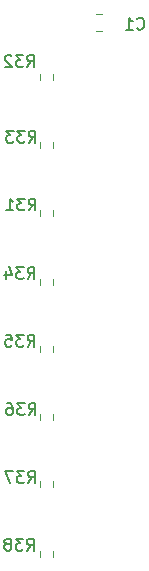
<source format=gbr>
%TF.GenerationSoftware,KiCad,Pcbnew,6.0.5*%
%TF.CreationDate,2022-09-27T17:44:27+03:00*%
%TF.ProjectId,stm32,73746d33-322e-46b6-9963-61645f706362,rev?*%
%TF.SameCoordinates,Original*%
%TF.FileFunction,Legend,Bot*%
%TF.FilePolarity,Positive*%
%FSLAX46Y46*%
G04 Gerber Fmt 4.6, Leading zero omitted, Abs format (unit mm)*
G04 Created by KiCad (PCBNEW 6.0.5) date 2022-09-27 17:44:27*
%MOMM*%
%LPD*%
G01*
G04 APERTURE LIST*
%ADD10C,0.150000*%
%ADD11C,0.120000*%
G04 APERTURE END LIST*
D10*
%TO.C,R36*%
X26541257Y-106666266D02*
X26874590Y-106190076D01*
X27112685Y-106666266D02*
X27112685Y-105666266D01*
X26731733Y-105666266D01*
X26636495Y-105713886D01*
X26588876Y-105761505D01*
X26541257Y-105856743D01*
X26541257Y-105999600D01*
X26588876Y-106094838D01*
X26636495Y-106142457D01*
X26731733Y-106190076D01*
X27112685Y-106190076D01*
X26207923Y-105666266D02*
X25588876Y-105666266D01*
X25922209Y-106047219D01*
X25779352Y-106047219D01*
X25684114Y-106094838D01*
X25636495Y-106142457D01*
X25588876Y-106237695D01*
X25588876Y-106475790D01*
X25636495Y-106571028D01*
X25684114Y-106618647D01*
X25779352Y-106666266D01*
X26065066Y-106666266D01*
X26160304Y-106618647D01*
X26207923Y-106571028D01*
X24731733Y-105666266D02*
X24922209Y-105666266D01*
X25017447Y-105713886D01*
X25065066Y-105761505D01*
X25160304Y-105904362D01*
X25207923Y-106094838D01*
X25207923Y-106475790D01*
X25160304Y-106571028D01*
X25112685Y-106618647D01*
X25017447Y-106666266D01*
X24826971Y-106666266D01*
X24731733Y-106618647D01*
X24684114Y-106571028D01*
X24636495Y-106475790D01*
X24636495Y-106237695D01*
X24684114Y-106142457D01*
X24731733Y-106094838D01*
X24826971Y-106047219D01*
X25017447Y-106047219D01*
X25112685Y-106094838D01*
X25160304Y-106142457D01*
X25207923Y-106237695D01*
%TO.C,R32*%
X26414257Y-77202266D02*
X26747590Y-76726076D01*
X26985685Y-77202266D02*
X26985685Y-76202266D01*
X26604733Y-76202266D01*
X26509495Y-76249886D01*
X26461876Y-76297505D01*
X26414257Y-76392743D01*
X26414257Y-76535600D01*
X26461876Y-76630838D01*
X26509495Y-76678457D01*
X26604733Y-76726076D01*
X26985685Y-76726076D01*
X26080923Y-76202266D02*
X25461876Y-76202266D01*
X25795209Y-76583219D01*
X25652352Y-76583219D01*
X25557114Y-76630838D01*
X25509495Y-76678457D01*
X25461876Y-76773695D01*
X25461876Y-77011790D01*
X25509495Y-77107028D01*
X25557114Y-77154647D01*
X25652352Y-77202266D01*
X25938066Y-77202266D01*
X26033304Y-77154647D01*
X26080923Y-77107028D01*
X25080923Y-76297505D02*
X25033304Y-76249886D01*
X24938066Y-76202266D01*
X24699971Y-76202266D01*
X24604733Y-76249886D01*
X24557114Y-76297505D01*
X24509495Y-76392743D01*
X24509495Y-76487981D01*
X24557114Y-76630838D01*
X25128542Y-77202266D01*
X24509495Y-77202266D01*
%TO.C,C1*%
X35717066Y-73932028D02*
X35764685Y-73979647D01*
X35907542Y-74027266D01*
X36002780Y-74027266D01*
X36145638Y-73979647D01*
X36240876Y-73884409D01*
X36288495Y-73789171D01*
X36336114Y-73598695D01*
X36336114Y-73455838D01*
X36288495Y-73265362D01*
X36240876Y-73170124D01*
X36145638Y-73074886D01*
X36002780Y-73027266D01*
X35907542Y-73027266D01*
X35764685Y-73074886D01*
X35717066Y-73122505D01*
X34764685Y-74027266D02*
X35336114Y-74027266D01*
X35050400Y-74027266D02*
X35050400Y-73027266D01*
X35145638Y-73170124D01*
X35240876Y-73265362D01*
X35336114Y-73312981D01*
%TO.C,R35*%
X26439657Y-100875066D02*
X26772990Y-100398876D01*
X27011085Y-100875066D02*
X27011085Y-99875066D01*
X26630133Y-99875066D01*
X26534895Y-99922686D01*
X26487276Y-99970305D01*
X26439657Y-100065543D01*
X26439657Y-100208400D01*
X26487276Y-100303638D01*
X26534895Y-100351257D01*
X26630133Y-100398876D01*
X27011085Y-100398876D01*
X26106323Y-99875066D02*
X25487276Y-99875066D01*
X25820609Y-100256019D01*
X25677752Y-100256019D01*
X25582514Y-100303638D01*
X25534895Y-100351257D01*
X25487276Y-100446495D01*
X25487276Y-100684590D01*
X25534895Y-100779828D01*
X25582514Y-100827447D01*
X25677752Y-100875066D01*
X25963466Y-100875066D01*
X26058704Y-100827447D01*
X26106323Y-100779828D01*
X24582514Y-99875066D02*
X25058704Y-99875066D01*
X25106323Y-100351257D01*
X25058704Y-100303638D01*
X24963466Y-100256019D01*
X24725371Y-100256019D01*
X24630133Y-100303638D01*
X24582514Y-100351257D01*
X24534895Y-100446495D01*
X24534895Y-100684590D01*
X24582514Y-100779828D01*
X24630133Y-100827447D01*
X24725371Y-100875066D01*
X24963466Y-100875066D01*
X25058704Y-100827447D01*
X25106323Y-100779828D01*
%TO.C,R37*%
X26490457Y-112406666D02*
X26823790Y-111930476D01*
X27061885Y-112406666D02*
X27061885Y-111406666D01*
X26680933Y-111406666D01*
X26585695Y-111454286D01*
X26538076Y-111501905D01*
X26490457Y-111597143D01*
X26490457Y-111740000D01*
X26538076Y-111835238D01*
X26585695Y-111882857D01*
X26680933Y-111930476D01*
X27061885Y-111930476D01*
X26157123Y-111406666D02*
X25538076Y-111406666D01*
X25871409Y-111787619D01*
X25728552Y-111787619D01*
X25633314Y-111835238D01*
X25585695Y-111882857D01*
X25538076Y-111978095D01*
X25538076Y-112216190D01*
X25585695Y-112311428D01*
X25633314Y-112359047D01*
X25728552Y-112406666D01*
X26014266Y-112406666D01*
X26109504Y-112359047D01*
X26157123Y-112311428D01*
X25204742Y-111406666D02*
X24538076Y-111406666D01*
X24966647Y-112406666D01*
%TO.C,R38*%
X26388857Y-118147066D02*
X26722190Y-117670876D01*
X26960285Y-118147066D02*
X26960285Y-117147066D01*
X26579333Y-117147066D01*
X26484095Y-117194686D01*
X26436476Y-117242305D01*
X26388857Y-117337543D01*
X26388857Y-117480400D01*
X26436476Y-117575638D01*
X26484095Y-117623257D01*
X26579333Y-117670876D01*
X26960285Y-117670876D01*
X26055523Y-117147066D02*
X25436476Y-117147066D01*
X25769809Y-117528019D01*
X25626952Y-117528019D01*
X25531714Y-117575638D01*
X25484095Y-117623257D01*
X25436476Y-117718495D01*
X25436476Y-117956590D01*
X25484095Y-118051828D01*
X25531714Y-118099447D01*
X25626952Y-118147066D01*
X25912666Y-118147066D01*
X26007904Y-118099447D01*
X26055523Y-118051828D01*
X24865047Y-117575638D02*
X24960285Y-117528019D01*
X25007904Y-117480400D01*
X25055523Y-117385162D01*
X25055523Y-117337543D01*
X25007904Y-117242305D01*
X24960285Y-117194686D01*
X24865047Y-117147066D01*
X24674571Y-117147066D01*
X24579333Y-117194686D01*
X24531714Y-117242305D01*
X24484095Y-117337543D01*
X24484095Y-117385162D01*
X24531714Y-117480400D01*
X24579333Y-117528019D01*
X24674571Y-117575638D01*
X24865047Y-117575638D01*
X24960285Y-117623257D01*
X25007904Y-117670876D01*
X25055523Y-117766114D01*
X25055523Y-117956590D01*
X25007904Y-118051828D01*
X24960285Y-118099447D01*
X24865047Y-118147066D01*
X24674571Y-118147066D01*
X24579333Y-118099447D01*
X24531714Y-118051828D01*
X24484095Y-117956590D01*
X24484095Y-117766114D01*
X24531714Y-117670876D01*
X24579333Y-117623257D01*
X24674571Y-117575638D01*
%TO.C,R33*%
X26541257Y-83603066D02*
X26874590Y-83126876D01*
X27112685Y-83603066D02*
X27112685Y-82603066D01*
X26731733Y-82603066D01*
X26636495Y-82650686D01*
X26588876Y-82698305D01*
X26541257Y-82793543D01*
X26541257Y-82936400D01*
X26588876Y-83031638D01*
X26636495Y-83079257D01*
X26731733Y-83126876D01*
X27112685Y-83126876D01*
X26207923Y-82603066D02*
X25588876Y-82603066D01*
X25922209Y-82984019D01*
X25779352Y-82984019D01*
X25684114Y-83031638D01*
X25636495Y-83079257D01*
X25588876Y-83174495D01*
X25588876Y-83412590D01*
X25636495Y-83507828D01*
X25684114Y-83555447D01*
X25779352Y-83603066D01*
X26065066Y-83603066D01*
X26160304Y-83555447D01*
X26207923Y-83507828D01*
X25255542Y-82603066D02*
X24636495Y-82603066D01*
X24969828Y-82984019D01*
X24826971Y-82984019D01*
X24731733Y-83031638D01*
X24684114Y-83079257D01*
X24636495Y-83174495D01*
X24636495Y-83412590D01*
X24684114Y-83507828D01*
X24731733Y-83555447D01*
X24826971Y-83603066D01*
X25112685Y-83603066D01*
X25207923Y-83555447D01*
X25255542Y-83507828D01*
%TO.C,R34*%
X26439657Y-95134666D02*
X26772990Y-94658476D01*
X27011085Y-95134666D02*
X27011085Y-94134666D01*
X26630133Y-94134666D01*
X26534895Y-94182286D01*
X26487276Y-94229905D01*
X26439657Y-94325143D01*
X26439657Y-94468000D01*
X26487276Y-94563238D01*
X26534895Y-94610857D01*
X26630133Y-94658476D01*
X27011085Y-94658476D01*
X26106323Y-94134666D02*
X25487276Y-94134666D01*
X25820609Y-94515619D01*
X25677752Y-94515619D01*
X25582514Y-94563238D01*
X25534895Y-94610857D01*
X25487276Y-94706095D01*
X25487276Y-94944190D01*
X25534895Y-95039428D01*
X25582514Y-95087047D01*
X25677752Y-95134666D01*
X25963466Y-95134666D01*
X26058704Y-95087047D01*
X26106323Y-95039428D01*
X24630133Y-94468000D02*
X24630133Y-95134666D01*
X24868228Y-94087047D02*
X25106323Y-94801333D01*
X24487276Y-94801333D01*
%TO.C,R31*%
X26541257Y-89343466D02*
X26874590Y-88867276D01*
X27112685Y-89343466D02*
X27112685Y-88343466D01*
X26731733Y-88343466D01*
X26636495Y-88391086D01*
X26588876Y-88438705D01*
X26541257Y-88533943D01*
X26541257Y-88676800D01*
X26588876Y-88772038D01*
X26636495Y-88819657D01*
X26731733Y-88867276D01*
X27112685Y-88867276D01*
X26207923Y-88343466D02*
X25588876Y-88343466D01*
X25922209Y-88724419D01*
X25779352Y-88724419D01*
X25684114Y-88772038D01*
X25636495Y-88819657D01*
X25588876Y-88914895D01*
X25588876Y-89152990D01*
X25636495Y-89248228D01*
X25684114Y-89295847D01*
X25779352Y-89343466D01*
X26065066Y-89343466D01*
X26160304Y-89295847D01*
X26207923Y-89248228D01*
X24636495Y-89343466D02*
X25207923Y-89343466D01*
X24922209Y-89343466D02*
X24922209Y-88343466D01*
X25017447Y-88486324D01*
X25112685Y-88581562D01*
X25207923Y-88629181D01*
D11*
%TO.C,R36*%
X27534900Y-106594162D02*
X27534900Y-107103610D01*
X28579900Y-106594162D02*
X28579900Y-107103610D01*
%TO.C,R32*%
X28579900Y-77788662D02*
X28579900Y-78298110D01*
X27534900Y-77788662D02*
X27534900Y-78298110D01*
%TO.C,C1*%
X32262648Y-74182886D02*
X32785152Y-74182886D01*
X32262648Y-72712886D02*
X32785152Y-72712886D01*
%TO.C,R35*%
X28579900Y-100855662D02*
X28579900Y-101365110D01*
X27534900Y-100855662D02*
X27534900Y-101365110D01*
%TO.C,R37*%
X28579900Y-112285662D02*
X28579900Y-112795110D01*
X27534900Y-112285662D02*
X27534900Y-112795110D01*
%TO.C,R38*%
X28579900Y-118151162D02*
X28579900Y-118660610D01*
X27534900Y-118151162D02*
X27534900Y-118660610D01*
%TO.C,R33*%
X28579900Y-83583662D02*
X28579900Y-84093110D01*
X27534900Y-83583662D02*
X27534900Y-84093110D01*
%TO.C,R34*%
X27534900Y-95140662D02*
X27534900Y-95650110D01*
X28579900Y-95140662D02*
X28579900Y-95650110D01*
%TO.C,R31*%
X28579900Y-89298662D02*
X28579900Y-89808110D01*
X27534900Y-89298662D02*
X27534900Y-89808110D01*
%TD*%
M02*

</source>
